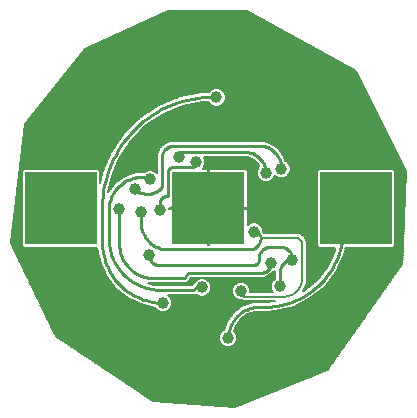
<source format=gbl>
G75*
G70*
%OFA0B0*%
%FSLAX24Y24*%
%IPPOS*%
%LPD*%
%AMOC8*
5,1,8,0,0,1.08239X$1,22.5*
%
%ADD10R,0.2390X0.2390*%
%ADD11C,0.0396*%
%ADD12C,0.0100*%
%ADD13C,0.0060*%
%ADD14C,0.0080*%
D10*
X002081Y006979D03*
X007002Y006979D03*
X011923Y006979D03*
D11*
X009782Y005262D03*
X009089Y005175D03*
X009392Y004384D03*
X008093Y004223D03*
X006794Y004349D03*
X005494Y003833D03*
X005018Y005435D03*
X004754Y006868D03*
X005376Y006931D03*
X005947Y007030D03*
X005061Y007947D03*
X004569Y007612D03*
X004022Y006951D03*
X006014Y008699D03*
X006597Y008526D03*
X008014Y008486D03*
X008916Y008164D03*
X009435Y008294D03*
X008526Y006774D03*
X008530Y006207D03*
X007207Y006321D03*
X007660Y002664D03*
X007270Y010683D03*
D12*
X007282Y010683D01*
X007272Y010696D01*
X007259Y010705D01*
X007245Y010712D01*
X007229Y010715D01*
X007213Y010714D01*
X007198Y010710D01*
X007184Y010703D01*
X005817Y009069D02*
X008719Y009069D01*
X008219Y008860D02*
X006105Y008860D01*
X006105Y008861D02*
X006087Y008859D01*
X006070Y008854D01*
X006054Y008846D01*
X006041Y008834D01*
X006029Y008821D01*
X006021Y008805D01*
X006016Y008788D01*
X006014Y008770D01*
X006014Y008699D01*
X005817Y009069D02*
X005780Y009066D01*
X005744Y009060D01*
X005708Y009050D01*
X005674Y009036D01*
X005641Y009020D01*
X005610Y009000D01*
X005581Y008977D01*
X005554Y008952D01*
X005530Y008924D01*
X005509Y008894D01*
X005491Y008862D01*
X005476Y008828D01*
X005464Y008793D01*
X005456Y008757D01*
X005452Y008720D01*
X005451Y008683D01*
X005451Y007687D01*
X005652Y007443D02*
X005651Y007430D01*
X005646Y007417D01*
X005639Y007406D01*
X005630Y007397D01*
X005619Y007390D01*
X005606Y007385D01*
X005593Y007384D01*
X005652Y007443D02*
X005652Y008211D01*
X005654Y008233D01*
X005659Y008254D01*
X005667Y008274D01*
X005678Y008292D01*
X005692Y008309D01*
X005709Y008323D01*
X005727Y008334D01*
X005747Y008342D01*
X005768Y008347D01*
X005790Y008349D01*
X005908Y008349D01*
X006203Y008349D01*
X006420Y008349D01*
X006445Y008351D01*
X006470Y008356D01*
X006494Y008365D01*
X006516Y008377D01*
X006536Y008392D01*
X006554Y008410D01*
X006569Y008430D01*
X006581Y008452D01*
X006590Y008476D01*
X006595Y008501D01*
X006597Y008526D01*
X005593Y007385D02*
X005565Y007383D01*
X005537Y007378D01*
X005510Y007368D01*
X005484Y007356D01*
X005461Y007340D01*
X005440Y007321D01*
X005421Y007300D01*
X005405Y007277D01*
X005393Y007251D01*
X005383Y007224D01*
X005378Y007196D01*
X005376Y007168D01*
X005376Y006931D01*
X004754Y006510D02*
X004756Y006451D01*
X004762Y006393D01*
X004771Y006335D01*
X004785Y006278D01*
X004802Y006221D01*
X004822Y006166D01*
X004847Y006113D01*
X004874Y006061D01*
X004905Y006011D01*
X004940Y005963D01*
X004977Y005918D01*
X005017Y005875D01*
X005060Y005835D01*
X005105Y005798D01*
X005153Y005763D01*
X005203Y005732D01*
X005255Y005705D01*
X005308Y005680D01*
X005363Y005660D01*
X005420Y005643D01*
X005477Y005629D01*
X005535Y005620D01*
X005593Y005614D01*
X005652Y005612D01*
X008357Y005612D01*
X008395Y005614D01*
X008432Y005619D01*
X008469Y005629D01*
X008505Y005641D01*
X008539Y005658D01*
X008571Y005677D01*
X008602Y005700D01*
X008630Y005725D01*
X008655Y005753D01*
X008678Y005784D01*
X008697Y005816D01*
X008714Y005850D01*
X008726Y005886D01*
X008736Y005923D01*
X008741Y005960D01*
X008743Y005998D01*
X008742Y005998D02*
X008740Y006025D01*
X008734Y006051D01*
X008725Y006077D01*
X008712Y006100D01*
X008696Y006122D01*
X008677Y006141D01*
X008655Y006157D01*
X008632Y006170D01*
X008606Y006179D01*
X008580Y006185D01*
X008553Y006187D01*
X008530Y006207D01*
X008915Y003703D02*
X009044Y003709D01*
X009172Y003720D01*
X009299Y003738D01*
X009425Y003762D01*
X009550Y003792D01*
X009673Y003829D01*
X009795Y003871D01*
X009914Y003919D01*
X010030Y003973D01*
X010144Y004033D01*
X010255Y004098D01*
X010362Y004169D01*
X010466Y004244D01*
X010566Y004325D01*
X010662Y004411D01*
X010754Y004501D01*
X010841Y004595D01*
X010923Y004694D01*
X011000Y004796D01*
X011073Y004903D01*
X011139Y005012D01*
X011201Y005125D01*
X011257Y005241D01*
X011307Y005359D01*
X011351Y005480D01*
X011389Y005603D01*
X011422Y005727D01*
X011448Y005853D01*
X011468Y005980D01*
X011481Y006108D01*
X011489Y006236D01*
X011490Y006364D01*
X011923Y006979D01*
X009782Y005341D02*
X009782Y005262D01*
X009781Y005341D02*
X009779Y005378D01*
X009773Y005414D01*
X009764Y005449D01*
X009751Y005483D01*
X009734Y005516D01*
X009714Y005547D01*
X009691Y005575D01*
X009665Y005601D01*
X009637Y005624D01*
X009606Y005644D01*
X009573Y005661D01*
X009539Y005674D01*
X009504Y005683D01*
X009468Y005689D01*
X009431Y005691D01*
X009038Y005691D01*
X009001Y005689D01*
X008964Y005683D01*
X008929Y005674D01*
X008894Y005660D01*
X008861Y005644D01*
X008830Y005623D01*
X008801Y005600D01*
X008775Y005574D01*
X008752Y005545D01*
X008731Y005514D01*
X008715Y005481D01*
X008701Y005446D01*
X008692Y005411D01*
X008686Y005374D01*
X008684Y005337D01*
X008683Y005337D02*
X008683Y005278D01*
X009088Y005175D02*
X009086Y005139D01*
X009080Y005103D01*
X009071Y005068D01*
X009058Y005034D01*
X009042Y005002D01*
X009022Y004972D01*
X008999Y004943D01*
X008974Y004918D01*
X008945Y004895D01*
X008915Y004875D01*
X008883Y004859D01*
X008849Y004846D01*
X008814Y004837D01*
X008778Y004831D01*
X008742Y004829D01*
X008049Y004829D01*
X006404Y004829D01*
X006379Y004827D01*
X006355Y004822D01*
X006332Y004813D01*
X006310Y004802D01*
X006291Y004787D01*
X006273Y004769D01*
X006258Y004750D01*
X006247Y004728D01*
X006238Y004705D01*
X006233Y004681D01*
X006231Y004656D01*
X005191Y004656D01*
X005408Y004266D02*
X006534Y004266D01*
X006533Y004266D02*
X006535Y004282D01*
X006539Y004298D01*
X006547Y004312D01*
X006557Y004325D01*
X006570Y004335D01*
X006584Y004343D01*
X006600Y004347D01*
X006616Y004349D01*
X006794Y004349D01*
X006360Y005089D02*
X005364Y005089D01*
X005328Y005091D01*
X005292Y005097D01*
X005257Y005106D01*
X005223Y005119D01*
X005191Y005135D01*
X005161Y005155D01*
X005132Y005178D01*
X005107Y005203D01*
X005084Y005232D01*
X005064Y005262D01*
X005048Y005294D01*
X005035Y005328D01*
X005026Y005363D01*
X005020Y005399D01*
X005018Y005435D01*
X005191Y004656D02*
X005125Y004658D01*
X005060Y004663D01*
X004995Y004673D01*
X004931Y004685D01*
X004867Y004702D01*
X004805Y004722D01*
X004744Y004745D01*
X004684Y004772D01*
X004626Y004802D01*
X004569Y004835D01*
X004515Y004872D01*
X004462Y004911D01*
X004412Y004953D01*
X004364Y004998D01*
X004319Y005046D01*
X004277Y005096D01*
X004238Y005149D01*
X004201Y005203D01*
X004168Y005260D01*
X004138Y005318D01*
X004111Y005378D01*
X004088Y005439D01*
X004068Y005501D01*
X004051Y005565D01*
X004039Y005629D01*
X004029Y005694D01*
X004024Y005759D01*
X004022Y005825D01*
X004022Y006951D01*
X003675Y006908D02*
X003675Y005998D01*
X003459Y005868D02*
X003459Y007038D01*
X004754Y006868D02*
X004754Y006612D01*
X004754Y006510D01*
X003675Y006908D02*
X003677Y006973D01*
X003683Y007039D01*
X003692Y007104D01*
X003705Y007168D01*
X003722Y007231D01*
X003743Y007293D01*
X003767Y007354D01*
X003795Y007413D01*
X003826Y007471D01*
X003860Y007527D01*
X003898Y007580D01*
X003938Y007632D01*
X003982Y007681D01*
X004028Y007727D01*
X004077Y007771D01*
X004129Y007811D01*
X004182Y007849D01*
X004238Y007883D01*
X004296Y007914D01*
X004355Y007942D01*
X004416Y007966D01*
X004478Y007987D01*
X004541Y008004D01*
X004605Y008017D01*
X004670Y008026D01*
X004736Y008032D01*
X004801Y008034D01*
X004975Y008034D01*
X004569Y007613D02*
X004608Y007582D01*
X004649Y007555D01*
X004692Y007532D01*
X004737Y007511D01*
X004783Y007494D01*
X004831Y007481D01*
X004879Y007472D01*
X004928Y007467D01*
X004977Y007465D01*
X005026Y007467D01*
X005075Y007473D01*
X005123Y007483D01*
X005170Y007497D01*
X005216Y007514D01*
X005261Y007535D01*
X005303Y007559D01*
X005344Y007587D01*
X005382Y007617D01*
X005418Y007651D01*
X005451Y007687D01*
X005062Y007947D02*
X005060Y007964D01*
X005055Y007980D01*
X005047Y007995D01*
X005037Y008009D01*
X005023Y008019D01*
X005008Y008027D01*
X004992Y008032D01*
X004975Y008034D01*
X003676Y005998D02*
X003678Y005916D01*
X003684Y005833D01*
X003694Y005752D01*
X003707Y005670D01*
X003725Y005590D01*
X003746Y005510D01*
X003771Y005432D01*
X003800Y005354D01*
X003833Y005279D01*
X003869Y005204D01*
X003908Y005132D01*
X003951Y005062D01*
X003997Y004993D01*
X004047Y004927D01*
X004099Y004864D01*
X004154Y004803D01*
X004213Y004744D01*
X004274Y004689D01*
X004337Y004637D01*
X004403Y004587D01*
X004472Y004541D01*
X004542Y004498D01*
X004614Y004459D01*
X004689Y004423D01*
X004764Y004390D01*
X004842Y004361D01*
X004920Y004336D01*
X005000Y004315D01*
X005080Y004297D01*
X005162Y004284D01*
X005243Y004274D01*
X005326Y004268D01*
X005408Y004266D01*
X006360Y005089D02*
X008266Y005089D01*
X008267Y005094D01*
X008270Y005097D01*
X008273Y005100D01*
X008278Y005101D01*
X008506Y005101D01*
X008531Y005103D01*
X008556Y005108D01*
X008580Y005117D01*
X008602Y005129D01*
X008622Y005144D01*
X008640Y005162D01*
X008655Y005182D01*
X008667Y005204D01*
X008676Y005228D01*
X008681Y005253D01*
X008683Y005278D01*
X009392Y004872D02*
X009392Y004384D01*
X009392Y004872D02*
X009394Y004910D01*
X009399Y004948D01*
X009409Y004985D01*
X009422Y005021D01*
X009438Y005056D01*
X009458Y005089D01*
X009481Y005119D01*
X009506Y005148D01*
X009535Y005173D01*
X009565Y005196D01*
X009598Y005216D01*
X009633Y005232D01*
X009669Y005245D01*
X009706Y005255D01*
X009744Y005260D01*
X009782Y005262D01*
X008916Y003703D02*
X008699Y003703D01*
X008636Y003701D01*
X008574Y003695D01*
X008512Y003686D01*
X008450Y003673D01*
X008390Y003656D01*
X008331Y003635D01*
X008273Y003611D01*
X008216Y003584D01*
X008161Y003553D01*
X008109Y003519D01*
X008058Y003482D01*
X008010Y003442D01*
X007964Y003399D01*
X007921Y003353D01*
X007881Y003305D01*
X007844Y003254D01*
X007810Y003202D01*
X007779Y003147D01*
X007752Y003090D01*
X007728Y003032D01*
X007707Y002973D01*
X007690Y002913D01*
X007677Y002851D01*
X007668Y002789D01*
X007662Y002727D01*
X007660Y002664D01*
X005494Y003833D02*
X005397Y003835D01*
X005301Y003842D01*
X005204Y003854D01*
X005109Y003870D01*
X005014Y003890D01*
X004921Y003915D01*
X004828Y003945D01*
X004738Y003979D01*
X004649Y004017D01*
X004562Y004059D01*
X004476Y004106D01*
X004394Y004156D01*
X004314Y004210D01*
X004236Y004268D01*
X004161Y004330D01*
X004090Y004395D01*
X004021Y004464D01*
X003956Y004535D01*
X003894Y004610D01*
X003836Y004688D01*
X003782Y004768D01*
X003732Y004851D01*
X003685Y004936D01*
X003643Y005023D01*
X003605Y005112D01*
X003571Y005202D01*
X003541Y005295D01*
X003516Y005388D01*
X003496Y005483D01*
X003480Y005578D01*
X003468Y005675D01*
X003461Y005771D01*
X003459Y005868D01*
X003459Y007038D02*
X003465Y007219D01*
X003480Y007400D01*
X003503Y007579D01*
X003536Y007758D01*
X003577Y007934D01*
X003627Y008109D01*
X003685Y008281D01*
X003752Y008449D01*
X003826Y008614D01*
X003909Y008776D01*
X004000Y008933D01*
X004098Y009085D01*
X004204Y009233D01*
X004317Y009375D01*
X004436Y009511D01*
X004562Y009642D01*
X004695Y009766D01*
X004833Y009883D01*
X004977Y009993D01*
X005126Y010097D01*
X005280Y010192D01*
X005438Y010281D01*
X005601Y010361D01*
X005767Y010433D01*
X005937Y010497D01*
X006110Y010552D01*
X006285Y010599D01*
X006462Y010638D01*
X006641Y010667D01*
X006821Y010688D01*
X007002Y010700D01*
X007184Y010703D01*
X008719Y009069D02*
X008772Y009065D01*
X008824Y009058D01*
X008877Y009046D01*
X008928Y009031D01*
X008978Y009012D01*
X009026Y008990D01*
X009073Y008964D01*
X009117Y008935D01*
X009160Y008903D01*
X009200Y008868D01*
X009238Y008830D01*
X009272Y008789D01*
X009304Y008747D01*
X009333Y008702D01*
X009358Y008655D01*
X009380Y008606D01*
X009399Y008556D01*
X009414Y008505D01*
X009425Y008453D01*
X009432Y008400D01*
X009436Y008347D01*
X009435Y008293D01*
X008526Y007975D02*
X008526Y006774D01*
X008526Y007975D02*
X008524Y008017D01*
X008519Y008059D01*
X008510Y008101D01*
X008498Y008141D01*
X008483Y008181D01*
X008464Y008219D01*
X008443Y008255D01*
X008418Y008289D01*
X008391Y008322D01*
X008361Y008352D01*
X008328Y008379D01*
X008294Y008404D01*
X008258Y008425D01*
X008220Y008444D01*
X008180Y008459D01*
X008140Y008471D01*
X008098Y008480D01*
X008056Y008485D01*
X008014Y008487D01*
X008219Y008861D02*
X008271Y008859D01*
X008323Y008853D01*
X008374Y008844D01*
X008424Y008830D01*
X008474Y008813D01*
X008521Y008792D01*
X008568Y008768D01*
X008612Y008740D01*
X008654Y008709D01*
X008693Y008675D01*
X008730Y008638D01*
X008764Y008599D01*
X008795Y008557D01*
X008823Y008513D01*
X008847Y008466D01*
X008868Y008419D01*
X008885Y008369D01*
X008899Y008319D01*
X008908Y008268D01*
X008914Y008216D01*
X008916Y008164D01*
D13*
X007562Y002371D02*
X002438Y002371D01*
X002350Y002429D02*
X007458Y002429D01*
X007485Y002402D02*
X007598Y002356D01*
X007721Y002356D01*
X007834Y002402D01*
X007921Y002489D01*
X007968Y002602D01*
X007968Y002725D01*
X007921Y002838D01*
X007862Y002897D01*
X011884Y002897D01*
X011843Y002839D02*
X007920Y002839D01*
X007945Y002780D02*
X011802Y002780D01*
X011761Y002722D02*
X007968Y002722D01*
X007968Y002663D02*
X011719Y002663D01*
X011678Y002605D02*
X007968Y002605D01*
X007945Y002546D02*
X011637Y002546D01*
X011595Y002488D02*
X007920Y002488D01*
X007861Y002429D02*
X011554Y002429D01*
X011513Y002371D02*
X007758Y002371D01*
X007485Y002402D02*
X007398Y002489D01*
X007352Y002602D01*
X007352Y002725D01*
X007398Y002838D01*
X007485Y002925D01*
X007529Y002943D01*
X007617Y003215D01*
X007617Y003215D01*
X007840Y003522D01*
X007840Y003522D01*
X007840Y003522D01*
X008148Y003746D01*
X008148Y003746D01*
X008509Y003863D01*
X008913Y003863D01*
X009188Y003883D01*
X009207Y003888D01*
X008153Y003888D01*
X008107Y003915D01*
X008031Y003915D01*
X007918Y003961D01*
X007832Y004048D01*
X007785Y004161D01*
X007785Y004284D01*
X007832Y004397D01*
X007918Y004484D01*
X008031Y004531D01*
X008154Y004531D01*
X008267Y004484D01*
X008354Y004397D01*
X008401Y004284D01*
X008401Y004188D01*
X009153Y004188D01*
X009131Y004210D01*
X009084Y004323D01*
X009084Y004445D01*
X009131Y004559D01*
X009217Y004645D01*
X009232Y004651D01*
X009232Y004901D01*
X009151Y004868D01*
X009029Y004746D01*
X008843Y004669D01*
X008843Y004669D01*
X006404Y004669D01*
X006400Y004669D01*
X006394Y004665D01*
X006391Y004659D01*
X006391Y004656D01*
X006391Y004589D01*
X006297Y004496D01*
X004992Y004496D01*
X005202Y004439D01*
X005408Y004426D01*
X006429Y004426D01*
X006439Y004444D01*
X006439Y004444D01*
X006518Y004490D01*
X006532Y004523D01*
X006619Y004610D01*
X006732Y004657D01*
X006855Y004657D01*
X006968Y004610D01*
X007055Y004523D01*
X007102Y004410D01*
X007102Y004287D01*
X007055Y004174D01*
X006968Y004087D01*
X006855Y004041D01*
X006732Y004041D01*
X006619Y004087D01*
X006600Y004106D01*
X006600Y004106D01*
X005640Y004106D01*
X005669Y004094D01*
X005756Y004007D01*
X005802Y003894D01*
X005802Y003772D01*
X005756Y003658D01*
X005669Y003572D01*
X005556Y003525D01*
X005433Y003525D01*
X005320Y003572D01*
X005233Y003658D01*
X005225Y003678D01*
X004765Y003783D01*
X004765Y003783D01*
X004319Y003998D01*
X004319Y003998D01*
X003932Y004306D01*
X003932Y004306D01*
X003932Y004306D01*
X003624Y004693D01*
X003624Y004693D01*
X003409Y005139D01*
X003409Y005139D01*
X003299Y005621D01*
X003299Y005674D01*
X000840Y005674D01*
X000776Y005738D01*
X000776Y008219D01*
X000840Y008283D01*
X003321Y008283D01*
X003386Y008219D01*
X003386Y007823D01*
X003456Y008162D01*
X003456Y008162D01*
X003752Y008861D01*
X003752Y008861D01*
X004179Y009489D01*
X004179Y009489D01*
X004720Y010022D01*
X004720Y010022D01*
X005355Y010439D01*
X005355Y010439D01*
X006059Y010724D01*
X006059Y010724D01*
X006805Y010866D01*
X006805Y010866D01*
X007015Y010864D01*
X007095Y010945D01*
X007209Y010991D01*
X007331Y010991D01*
X007444Y010945D01*
X007531Y010858D01*
X007578Y010745D01*
X007578Y010622D01*
X007531Y010509D01*
X007444Y010422D01*
X007331Y010375D01*
X007209Y010375D01*
X007095Y010422D01*
X007009Y010509D01*
X006998Y010535D01*
X006835Y010529D01*
X006155Y010399D01*
X005512Y010139D01*
X004933Y009759D01*
X004439Y009272D01*
X004050Y008699D01*
X003779Y008061D01*
X003671Y007540D01*
X003881Y007828D01*
X003881Y007828D01*
X003881Y007828D01*
X004210Y008068D01*
X004210Y008068D01*
X004598Y008194D01*
X004872Y008194D01*
X004887Y008208D01*
X005000Y008255D01*
X005123Y008255D01*
X005236Y008208D01*
X005291Y008153D01*
X005291Y008681D01*
X005288Y008786D01*
X005288Y008786D01*
X005365Y008985D01*
X005365Y008985D01*
X005512Y009140D01*
X005512Y009140D01*
X005706Y009226D01*
X005706Y009226D01*
X005749Y009227D01*
X005751Y009229D01*
X005815Y009229D01*
X005879Y009231D01*
X005881Y009229D01*
X008656Y009229D01*
X008659Y009232D01*
X008722Y009229D01*
X008785Y009229D01*
X008788Y009227D01*
X008869Y009223D01*
X008869Y009223D01*
X009138Y009124D01*
X009138Y009124D01*
X009363Y008946D01*
X009363Y008946D01*
X009363Y008946D01*
X009523Y008707D01*
X009523Y008707D01*
X009560Y008575D01*
X009610Y008555D01*
X009696Y008468D01*
X009743Y008355D01*
X009743Y008232D01*
X009696Y008119D01*
X009610Y008032D01*
X009497Y007985D01*
X009374Y007985D01*
X009261Y008032D01*
X009214Y008079D01*
X009177Y007989D01*
X009090Y007902D01*
X008977Y007856D01*
X008854Y007856D01*
X008741Y007902D01*
X008654Y007989D01*
X008607Y008102D01*
X008607Y008225D01*
X008654Y008338D01*
X006844Y008338D01*
X006858Y008351D02*
X006905Y008465D01*
X006905Y008587D01*
X006858Y008700D01*
X006858Y008700D01*
X008152Y008700D01*
X008219Y008700D01*
X008323Y008690D01*
X008517Y008610D01*
X008665Y008462D01*
X008698Y008382D01*
X008654Y008338D01*
X008630Y008279D02*
X008274Y008279D01*
X008277Y008277D02*
X008247Y008295D01*
X008214Y008303D01*
X007032Y008303D01*
X007032Y007009D01*
X006972Y007009D01*
X006972Y008303D01*
X006810Y008303D01*
X006858Y008351D01*
X006877Y008396D02*
X008692Y008396D01*
X008668Y008455D02*
X006901Y008455D01*
X006905Y008513D02*
X008614Y008513D01*
X008555Y008572D02*
X006905Y008572D01*
X006887Y008630D02*
X008468Y008630D01*
X008327Y008689D02*
X006863Y008689D01*
X006972Y008279D02*
X007032Y008279D01*
X007032Y008221D02*
X006972Y008221D01*
X006972Y008162D02*
X007032Y008162D01*
X007032Y008104D02*
X006972Y008104D01*
X006972Y008045D02*
X007032Y008045D01*
X007032Y007987D02*
X006972Y007987D01*
X006972Y007928D02*
X007032Y007928D01*
X007032Y007870D02*
X006972Y007870D01*
X006972Y007811D02*
X007032Y007811D01*
X007032Y007753D02*
X006972Y007753D01*
X006972Y007694D02*
X007032Y007694D01*
X007032Y007636D02*
X006972Y007636D01*
X006972Y007577D02*
X007032Y007577D01*
X007032Y007519D02*
X006972Y007519D01*
X006972Y007460D02*
X007032Y007460D01*
X007032Y007402D02*
X006972Y007402D01*
X006972Y007343D02*
X007032Y007343D01*
X007032Y007285D02*
X006972Y007285D01*
X006972Y007226D02*
X007032Y007226D01*
X007032Y007168D02*
X006972Y007168D01*
X006972Y007109D02*
X007032Y007109D01*
X007032Y007051D02*
X006972Y007051D01*
X006972Y007009D02*
X005678Y007009D01*
X005684Y006993D01*
X005684Y006949D01*
X006972Y006949D01*
X006972Y007009D01*
X006972Y006992D02*
X005684Y006992D01*
X005998Y006979D02*
X007002Y006979D01*
X007032Y006992D02*
X010619Y006992D01*
X010619Y006934D02*
X008327Y006934D01*
X008327Y006949D02*
X007032Y006949D01*
X007032Y007009D01*
X008327Y007009D01*
X008327Y008191D01*
X008318Y008224D01*
X008301Y008253D01*
X008277Y008277D01*
X008319Y008221D02*
X008607Y008221D01*
X008607Y008162D02*
X008327Y008162D01*
X008327Y008104D02*
X008607Y008104D01*
X008631Y008045D02*
X008327Y008045D01*
X008327Y007987D02*
X008657Y007987D01*
X008715Y007928D02*
X008327Y007928D01*
X008327Y007870D02*
X008820Y007870D01*
X009011Y007870D02*
X010619Y007870D01*
X010619Y007928D02*
X009116Y007928D01*
X009174Y007987D02*
X009371Y007987D01*
X009500Y007987D02*
X010619Y007987D01*
X010619Y008045D02*
X009623Y008045D01*
X009681Y008104D02*
X010619Y008104D01*
X010619Y008162D02*
X009714Y008162D01*
X009739Y008221D02*
X010620Y008221D01*
X010619Y008219D02*
X010619Y005738D01*
X010683Y005674D01*
X011232Y005674D01*
X011206Y005548D01*
X010975Y005048D01*
X010639Y004612D01*
X010215Y004261D01*
X010169Y004238D01*
X010278Y004503D01*
X010278Y005894D01*
X010185Y006055D01*
X010024Y006148D01*
X008870Y006148D01*
X008838Y006203D01*
X008838Y006268D01*
X008791Y006381D01*
X008704Y006468D01*
X008591Y006515D01*
X008468Y006515D01*
X008355Y006468D01*
X008327Y006440D01*
X008327Y006949D01*
X008327Y006875D02*
X010619Y006875D01*
X010619Y006817D02*
X008327Y006817D01*
X008327Y006758D02*
X010619Y006758D01*
X010619Y006700D02*
X008327Y006700D01*
X008327Y006641D02*
X010619Y006641D01*
X010619Y006583D02*
X008327Y006583D01*
X008327Y006524D02*
X010619Y006524D01*
X010619Y006466D02*
X008707Y006466D01*
X008765Y006407D02*
X010619Y006407D01*
X010619Y006349D02*
X008805Y006349D01*
X008829Y006290D02*
X010619Y006290D01*
X010619Y006232D02*
X008838Y006232D01*
X008855Y006173D02*
X010619Y006173D01*
X010619Y006115D02*
X010082Y006115D01*
X010184Y006056D02*
X010619Y006056D01*
X010619Y005998D02*
X010218Y005998D01*
X010185Y006055D02*
X010185Y006055D01*
X010185Y006055D01*
X010252Y005939D02*
X010619Y005939D01*
X010619Y005881D02*
X010278Y005881D01*
X010278Y005822D02*
X010619Y005822D01*
X010619Y005764D02*
X010278Y005764D01*
X010278Y005705D02*
X010651Y005705D01*
X010278Y005647D02*
X011227Y005647D01*
X011214Y005588D02*
X010278Y005588D01*
X010278Y005530D02*
X011198Y005530D01*
X011171Y005471D02*
X010278Y005471D01*
X010278Y005413D02*
X011144Y005413D01*
X011117Y005354D02*
X010278Y005354D01*
X010278Y005296D02*
X011090Y005296D01*
X011063Y005237D02*
X010278Y005237D01*
X010278Y005179D02*
X011036Y005179D01*
X011009Y005120D02*
X010278Y005120D01*
X010278Y005062D02*
X010982Y005062D01*
X010941Y005003D02*
X010278Y005003D01*
X010278Y004945D02*
X010896Y004945D01*
X010851Y004886D02*
X010278Y004886D01*
X010278Y004828D02*
X010806Y004828D01*
X010761Y004769D02*
X010278Y004769D01*
X010278Y004711D02*
X010716Y004711D01*
X010670Y004652D02*
X010278Y004652D01*
X010278Y004594D02*
X010617Y004594D01*
X010547Y004535D02*
X010278Y004535D01*
X010267Y004477D02*
X010476Y004477D01*
X010405Y004418D02*
X010243Y004418D01*
X010219Y004360D02*
X010334Y004360D01*
X010263Y004301D02*
X010195Y004301D01*
X010177Y004243D02*
X010170Y004243D01*
X010342Y003950D02*
X012627Y003950D01*
X012586Y003892D02*
X010226Y003892D01*
X010109Y003833D02*
X012545Y003833D01*
X012504Y003775D02*
X009993Y003775D01*
X009876Y003716D02*
X012462Y003716D01*
X012421Y003658D02*
X009677Y003658D01*
X009839Y003698D02*
X009839Y003698D01*
X009231Y003548D01*
X009231Y003548D01*
X008983Y003544D01*
X008982Y003543D01*
X008917Y003543D01*
X008852Y003542D01*
X008851Y003543D01*
X008699Y003543D01*
X008561Y003532D01*
X008300Y003447D01*
X008077Y003285D01*
X007916Y003063D01*
X007862Y002897D01*
X007881Y002956D02*
X011926Y002956D01*
X011967Y003014D02*
X007900Y003014D01*
X007923Y003073D02*
X012008Y003073D01*
X012049Y003131D02*
X007965Y003131D01*
X008008Y003190D02*
X012091Y003190D01*
X012132Y003248D02*
X008050Y003248D01*
X008107Y003307D02*
X012173Y003307D01*
X012215Y003365D02*
X008187Y003365D01*
X008268Y003424D02*
X012256Y003424D01*
X012297Y003482D02*
X008408Y003482D01*
X008670Y003541D02*
X012338Y003541D01*
X012380Y003599D02*
X009439Y003599D01*
X009839Y003698D02*
X010399Y003979D01*
X010882Y004377D01*
X011264Y004873D01*
X011526Y005441D01*
X011526Y005441D01*
X011575Y005674D01*
X013164Y005674D01*
X013228Y005738D01*
X013228Y008219D01*
X013164Y008283D01*
X010683Y008283D01*
X010619Y008219D01*
X010679Y008279D02*
X009743Y008279D01*
X009743Y008338D02*
X013531Y008338D01*
X013502Y008396D02*
X009726Y008396D01*
X009702Y008455D02*
X013473Y008455D01*
X013444Y008513D02*
X009651Y008513D01*
X009569Y008572D02*
X013414Y008572D01*
X013385Y008630D02*
X009545Y008630D01*
X009528Y008689D02*
X013356Y008689D01*
X013327Y008747D02*
X009496Y008747D01*
X009457Y008806D02*
X013297Y008806D01*
X013268Y008864D02*
X009418Y008864D01*
X009379Y008923D02*
X013239Y008923D01*
X013210Y008981D02*
X009319Y008981D01*
X009245Y009040D02*
X013180Y009040D01*
X013151Y009098D02*
X009170Y009098D01*
X009049Y009157D02*
X013122Y009157D01*
X013093Y009215D02*
X008890Y009215D01*
X009200Y008045D02*
X009248Y008045D01*
X008327Y007811D02*
X010619Y007811D01*
X010619Y007753D02*
X008327Y007753D01*
X008327Y007694D02*
X010619Y007694D01*
X010619Y007636D02*
X008327Y007636D01*
X008327Y007577D02*
X010619Y007577D01*
X010619Y007519D02*
X008327Y007519D01*
X008327Y007460D02*
X010619Y007460D01*
X010619Y007402D02*
X008327Y007402D01*
X008327Y007343D02*
X010619Y007343D01*
X010619Y007285D02*
X008327Y007285D01*
X008327Y007226D02*
X010619Y007226D01*
X010619Y007168D02*
X008327Y007168D01*
X008327Y007109D02*
X010619Y007109D01*
X010619Y007051D02*
X008327Y007051D01*
X008327Y006466D02*
X008353Y006466D01*
X007207Y006321D02*
X007207Y006282D01*
X007205Y006290D01*
X007201Y006296D01*
X007195Y006300D01*
X007187Y006302D01*
X007187Y006301D02*
X006675Y006301D01*
X006972Y006290D02*
X007032Y006290D01*
X007032Y006232D02*
X006972Y006232D01*
X006972Y006173D02*
X007032Y006173D01*
X007032Y006115D02*
X006972Y006115D01*
X006972Y006056D02*
X007032Y006056D01*
X007032Y005998D02*
X006972Y005998D01*
X006972Y005939D02*
X007032Y005939D01*
X007032Y005881D02*
X006972Y005881D01*
X006972Y005822D02*
X007032Y005822D01*
X007032Y005772D02*
X006972Y005772D01*
X006972Y006949D01*
X007032Y006949D01*
X007032Y005772D01*
X007032Y006349D02*
X006972Y006349D01*
X006972Y006407D02*
X007032Y006407D01*
X007032Y006466D02*
X006972Y006466D01*
X006972Y006524D02*
X007032Y006524D01*
X007032Y006583D02*
X006972Y006583D01*
X006972Y006641D02*
X007032Y006641D01*
X007032Y006700D02*
X006972Y006700D01*
X006972Y006758D02*
X007032Y006758D01*
X007032Y006817D02*
X006972Y006817D01*
X006972Y006875D02*
X007032Y006875D01*
X007032Y006934D02*
X006972Y006934D01*
X006675Y006302D02*
X006623Y006304D01*
X006571Y006309D01*
X006520Y006319D01*
X006470Y006331D01*
X006421Y006348D01*
X006373Y006368D01*
X006326Y006391D01*
X006281Y006418D01*
X006239Y006447D01*
X006198Y006480D01*
X006160Y006515D01*
X006125Y006553D01*
X006092Y006594D01*
X006063Y006636D01*
X006036Y006681D01*
X006013Y006728D01*
X005993Y006776D01*
X005976Y006825D01*
X005964Y006875D01*
X005954Y006926D01*
X005949Y006978D01*
X005947Y007030D01*
X005949Y007017D01*
X005954Y007004D01*
X005962Y006994D01*
X005973Y006986D01*
X005985Y006981D01*
X005998Y006979D01*
X005291Y008162D02*
X005282Y008162D01*
X005291Y008221D02*
X005206Y008221D01*
X005291Y008279D02*
X003872Y008279D01*
X003847Y008221D02*
X004917Y008221D01*
X005291Y008338D02*
X003896Y008338D01*
X003921Y008396D02*
X005291Y008396D01*
X005291Y008455D02*
X003946Y008455D01*
X003971Y008513D02*
X005291Y008513D01*
X005291Y008572D02*
X003996Y008572D01*
X004020Y008630D02*
X005291Y008630D01*
X005291Y008689D02*
X004045Y008689D01*
X004082Y008747D02*
X005289Y008747D01*
X005296Y008806D02*
X004122Y008806D01*
X004162Y008864D02*
X005318Y008864D01*
X005341Y008923D02*
X004201Y008923D01*
X004241Y008981D02*
X005363Y008981D01*
X005417Y009040D02*
X004281Y009040D01*
X004321Y009098D02*
X005472Y009098D01*
X005550Y009157D02*
X004361Y009157D01*
X004400Y009215D02*
X005682Y009215D01*
X005175Y009917D02*
X012742Y009917D01*
X012771Y009859D02*
X005086Y009859D01*
X004997Y009800D02*
X012800Y009800D01*
X012829Y009742D02*
X004916Y009742D01*
X004857Y009683D02*
X012859Y009683D01*
X012888Y009625D02*
X004797Y009625D01*
X004738Y009566D02*
X012917Y009566D01*
X012946Y009508D02*
X004678Y009508D01*
X004619Y009449D02*
X012976Y009449D01*
X013005Y009391D02*
X004559Y009391D01*
X004500Y009332D02*
X013034Y009332D01*
X013063Y009274D02*
X004441Y009274D01*
X004198Y009508D02*
X000853Y009508D01*
X000860Y009566D02*
X004257Y009566D01*
X004317Y009625D02*
X000867Y009625D01*
X000874Y009683D02*
X004376Y009683D01*
X004436Y009742D02*
X000880Y009742D01*
X000887Y009800D02*
X004495Y009800D01*
X004554Y009859D02*
X000931Y009859D01*
X000888Y009805D02*
X002896Y012305D01*
X005671Y013546D01*
X008290Y013565D01*
X011912Y011577D01*
X013585Y008231D01*
X013467Y005140D01*
X010967Y001597D01*
X007876Y000357D01*
X005160Y000573D01*
X001912Y002719D01*
X000416Y005829D01*
X000888Y009805D01*
X000978Y009917D02*
X004614Y009917D01*
X004673Y009976D02*
X001025Y009976D01*
X001072Y010034D02*
X004739Y010034D01*
X004828Y010093D02*
X001119Y010093D01*
X001166Y010151D02*
X004917Y010151D01*
X005006Y010210D02*
X001213Y010210D01*
X001260Y010268D02*
X005095Y010268D01*
X005184Y010327D02*
X001307Y010327D01*
X001354Y010385D02*
X005274Y010385D01*
X005367Y010444D02*
X001401Y010444D01*
X001448Y010502D02*
X005512Y010502D01*
X005656Y010561D02*
X001495Y010561D01*
X001542Y010619D02*
X005801Y010619D01*
X005945Y010678D02*
X001589Y010678D01*
X001636Y010736D02*
X006124Y010736D01*
X006431Y010795D02*
X001683Y010795D01*
X001730Y010853D02*
X006738Y010853D01*
X007063Y010912D02*
X001777Y010912D01*
X001824Y010970D02*
X007158Y010970D01*
X007382Y010970D02*
X012215Y010970D01*
X012244Y010912D02*
X007477Y010912D01*
X007533Y010853D02*
X012274Y010853D01*
X012303Y010795D02*
X007557Y010795D01*
X007578Y010736D02*
X012332Y010736D01*
X012361Y010678D02*
X007578Y010678D01*
X007577Y010619D02*
X012391Y010619D01*
X012420Y010561D02*
X007553Y010561D01*
X007525Y010502D02*
X012449Y010502D01*
X012478Y010444D02*
X007466Y010444D01*
X007356Y010385D02*
X012508Y010385D01*
X012537Y010327D02*
X005976Y010327D01*
X005832Y010268D02*
X012566Y010268D01*
X012595Y010210D02*
X005687Y010210D01*
X005543Y010151D02*
X012625Y010151D01*
X012654Y010093D02*
X005442Y010093D01*
X005353Y010034D02*
X012683Y010034D01*
X012712Y009976D02*
X005264Y009976D01*
X006121Y010385D02*
X007184Y010385D01*
X007074Y010444D02*
X006390Y010444D01*
X006696Y010502D02*
X007015Y010502D01*
X009393Y012959D02*
X004359Y012959D01*
X004229Y012901D02*
X009500Y012901D01*
X009607Y012842D02*
X004098Y012842D01*
X003967Y012784D02*
X009713Y012784D01*
X009820Y012725D02*
X003836Y012725D01*
X003705Y012667D02*
X009926Y012667D01*
X010033Y012608D02*
X003574Y012608D01*
X003443Y012550D02*
X010139Y012550D01*
X010246Y012491D02*
X003312Y012491D01*
X003181Y012433D02*
X010353Y012433D01*
X010459Y012374D02*
X003050Y012374D01*
X002919Y012316D02*
X010566Y012316D01*
X010672Y012257D02*
X002857Y012257D01*
X002810Y012199D02*
X010779Y012199D01*
X010886Y012140D02*
X002763Y012140D01*
X002716Y012082D02*
X010992Y012082D01*
X011099Y012023D02*
X002669Y012023D01*
X002622Y011965D02*
X011205Y011965D01*
X011312Y011906D02*
X002575Y011906D01*
X002528Y011848D02*
X011418Y011848D01*
X011525Y011789D02*
X002481Y011789D01*
X002434Y011731D02*
X011632Y011731D01*
X011738Y011672D02*
X002387Y011672D01*
X002340Y011614D02*
X011845Y011614D01*
X011923Y011555D02*
X002293Y011555D01*
X002246Y011497D02*
X011952Y011497D01*
X011981Y011438D02*
X002200Y011438D01*
X002153Y011380D02*
X012010Y011380D01*
X012040Y011321D02*
X002106Y011321D01*
X002059Y011263D02*
X012069Y011263D01*
X012098Y011204D02*
X002012Y011204D01*
X001965Y011146D02*
X012127Y011146D01*
X012157Y011087D02*
X001918Y011087D01*
X001871Y011029D02*
X012186Y011029D01*
X013168Y008279D02*
X013561Y008279D01*
X013585Y008221D02*
X013227Y008221D01*
X013228Y008162D02*
X013582Y008162D01*
X013580Y008104D02*
X013228Y008104D01*
X013228Y008045D02*
X013578Y008045D01*
X013576Y007987D02*
X013228Y007987D01*
X013228Y007928D02*
X013573Y007928D01*
X013571Y007870D02*
X013228Y007870D01*
X013228Y007811D02*
X013569Y007811D01*
X013567Y007753D02*
X013228Y007753D01*
X013228Y007694D02*
X013564Y007694D01*
X013562Y007636D02*
X013228Y007636D01*
X013228Y007577D02*
X013560Y007577D01*
X013558Y007519D02*
X013228Y007519D01*
X013228Y007460D02*
X013555Y007460D01*
X013553Y007402D02*
X013228Y007402D01*
X013228Y007343D02*
X013551Y007343D01*
X013549Y007285D02*
X013228Y007285D01*
X013228Y007226D02*
X013547Y007226D01*
X013544Y007168D02*
X013228Y007168D01*
X013228Y007109D02*
X013542Y007109D01*
X013540Y007051D02*
X013228Y007051D01*
X013228Y006992D02*
X013538Y006992D01*
X013535Y006934D02*
X013228Y006934D01*
X013228Y006875D02*
X013533Y006875D01*
X013531Y006817D02*
X013228Y006817D01*
X013228Y006758D02*
X013529Y006758D01*
X013526Y006700D02*
X013228Y006700D01*
X013228Y006641D02*
X013524Y006641D01*
X013522Y006583D02*
X013228Y006583D01*
X013228Y006524D02*
X013520Y006524D01*
X013517Y006466D02*
X013228Y006466D01*
X013228Y006407D02*
X013515Y006407D01*
X013513Y006349D02*
X013228Y006349D01*
X013228Y006290D02*
X013511Y006290D01*
X013508Y006232D02*
X013228Y006232D01*
X013228Y006173D02*
X013506Y006173D01*
X013504Y006115D02*
X013228Y006115D01*
X013228Y006056D02*
X013502Y006056D01*
X013500Y005998D02*
X013228Y005998D01*
X013228Y005939D02*
X013497Y005939D01*
X013495Y005881D02*
X013228Y005881D01*
X013228Y005822D02*
X013493Y005822D01*
X013491Y005764D02*
X013228Y005764D01*
X013195Y005705D02*
X013488Y005705D01*
X013486Y005647D02*
X011570Y005647D01*
X011557Y005588D02*
X013484Y005588D01*
X013482Y005530D02*
X011545Y005530D01*
X011533Y005471D02*
X013479Y005471D01*
X013477Y005413D02*
X011513Y005413D01*
X011486Y005354D02*
X013475Y005354D01*
X013473Y005296D02*
X011459Y005296D01*
X011432Y005237D02*
X013470Y005237D01*
X013468Y005179D02*
X011405Y005179D01*
X011378Y005120D02*
X013453Y005120D01*
X013412Y005062D02*
X011351Y005062D01*
X011324Y005003D02*
X013370Y005003D01*
X013329Y004945D02*
X011297Y004945D01*
X011270Y004886D02*
X013288Y004886D01*
X013246Y004828D02*
X011229Y004828D01*
X011264Y004873D02*
X011264Y004873D01*
X011184Y004769D02*
X013205Y004769D01*
X013164Y004711D02*
X011139Y004711D01*
X011094Y004652D02*
X013123Y004652D01*
X013081Y004594D02*
X011049Y004594D01*
X011004Y004535D02*
X013040Y004535D01*
X012999Y004477D02*
X010959Y004477D01*
X010914Y004418D02*
X012958Y004418D01*
X012916Y004360D02*
X010861Y004360D01*
X010882Y004377D02*
X010882Y004377D01*
X010882Y004377D01*
X010790Y004301D02*
X012875Y004301D01*
X012834Y004243D02*
X010719Y004243D01*
X010648Y004184D02*
X012792Y004184D01*
X012751Y004126D02*
X010577Y004126D01*
X010506Y004067D02*
X012710Y004067D01*
X012669Y004009D02*
X010435Y004009D01*
X010399Y003979D02*
X010399Y003979D01*
X009232Y004652D02*
X006866Y004652D01*
X006984Y004594D02*
X009166Y004594D01*
X009121Y004535D02*
X007043Y004535D01*
X007074Y004477D02*
X007911Y004477D01*
X007853Y004418D02*
X007098Y004418D01*
X007102Y004360D02*
X007816Y004360D01*
X007792Y004301D02*
X007102Y004301D01*
X007083Y004243D02*
X007785Y004243D01*
X007785Y004184D02*
X007059Y004184D01*
X007006Y004126D02*
X007799Y004126D01*
X007824Y004067D02*
X006919Y004067D01*
X006668Y004067D02*
X005696Y004067D01*
X005754Y004009D02*
X007871Y004009D01*
X007945Y003950D02*
X005779Y003950D01*
X005802Y003892D02*
X008146Y003892D01*
X008237Y003775D02*
X005802Y003775D01*
X005802Y003833D02*
X008418Y003833D01*
X008107Y003716D02*
X005779Y003716D01*
X005755Y003658D02*
X008027Y003658D01*
X007946Y003599D02*
X005696Y003599D01*
X005594Y003541D02*
X007866Y003541D01*
X007811Y003482D02*
X001544Y003482D01*
X001573Y003424D02*
X007769Y003424D01*
X007726Y003365D02*
X001601Y003365D01*
X001629Y003307D02*
X007684Y003307D01*
X007641Y003248D02*
X001657Y003248D01*
X001685Y003190D02*
X007609Y003190D01*
X007590Y003131D02*
X001713Y003131D01*
X001741Y003073D02*
X007571Y003073D01*
X007552Y003014D02*
X001770Y003014D01*
X001798Y002956D02*
X007533Y002956D01*
X007458Y002897D02*
X001826Y002897D01*
X001854Y002839D02*
X007399Y002839D01*
X007374Y002780D02*
X001882Y002780D01*
X001910Y002722D02*
X007352Y002722D01*
X007352Y002663D02*
X001996Y002663D01*
X002084Y002605D02*
X007352Y002605D01*
X007375Y002546D02*
X002173Y002546D01*
X002261Y002488D02*
X007400Y002488D01*
X009105Y000850D02*
X004741Y000850D01*
X004652Y000908D02*
X009251Y000908D01*
X009397Y000967D02*
X004564Y000967D01*
X004475Y001025D02*
X009543Y001025D01*
X009688Y001084D02*
X004387Y001084D01*
X004298Y001142D02*
X009834Y001142D01*
X009980Y001201D02*
X004210Y001201D01*
X004121Y001259D02*
X010126Y001259D01*
X010272Y001318D02*
X004032Y001318D01*
X003944Y001376D02*
X010417Y001376D01*
X010563Y001435D02*
X003855Y001435D01*
X003767Y001493D02*
X010709Y001493D01*
X010855Y001552D02*
X003678Y001552D01*
X003590Y001610D02*
X010976Y001610D01*
X011018Y001669D02*
X003501Y001669D01*
X003413Y001727D02*
X011059Y001727D01*
X011100Y001786D02*
X003324Y001786D01*
X003235Y001844D02*
X011141Y001844D01*
X011183Y001903D02*
X003147Y001903D01*
X003058Y001961D02*
X011224Y001961D01*
X011265Y002020D02*
X002970Y002020D01*
X002881Y002078D02*
X011307Y002078D01*
X011348Y002137D02*
X002793Y002137D01*
X002704Y002195D02*
X011389Y002195D01*
X011430Y002254D02*
X002616Y002254D01*
X002527Y002312D02*
X011472Y002312D01*
X009117Y004243D02*
X008401Y004243D01*
X008394Y004301D02*
X009093Y004301D01*
X009084Y004360D02*
X008369Y004360D01*
X008333Y004418D02*
X009084Y004418D01*
X009097Y004477D02*
X008274Y004477D01*
X008944Y004711D02*
X009232Y004711D01*
X009232Y004769D02*
X009052Y004769D01*
X009111Y004828D02*
X009232Y004828D01*
X009232Y004886D02*
X009196Y004886D01*
X006721Y004652D02*
X006391Y004652D01*
X006391Y004594D02*
X006603Y004594D01*
X006544Y004535D02*
X006336Y004535D01*
X006496Y004477D02*
X005063Y004477D01*
X004660Y003833D02*
X001376Y003833D01*
X001404Y003775D02*
X004801Y003775D01*
X005057Y003716D02*
X001432Y003716D01*
X001460Y003658D02*
X005234Y003658D01*
X005292Y003599D02*
X001488Y003599D01*
X001516Y003541D02*
X005395Y003541D01*
X004539Y003892D02*
X001347Y003892D01*
X001319Y003950D02*
X004417Y003950D01*
X004305Y004009D02*
X001291Y004009D01*
X001263Y004067D02*
X004232Y004067D01*
X004158Y004126D02*
X001235Y004126D01*
X001207Y004184D02*
X004085Y004184D01*
X004012Y004243D02*
X001179Y004243D01*
X001150Y004301D02*
X003938Y004301D01*
X003889Y004360D02*
X001122Y004360D01*
X001094Y004418D02*
X003843Y004418D01*
X003796Y004477D02*
X001066Y004477D01*
X001038Y004535D02*
X003749Y004535D01*
X003703Y004594D02*
X001010Y004594D01*
X000982Y004652D02*
X003656Y004652D01*
X003615Y004711D02*
X000953Y004711D01*
X000925Y004769D02*
X003587Y004769D01*
X003559Y004828D02*
X000897Y004828D01*
X000869Y004886D02*
X003531Y004886D01*
X003502Y004945D02*
X000841Y004945D01*
X000813Y005003D02*
X003474Y005003D01*
X003446Y005062D02*
X000785Y005062D01*
X000757Y005120D02*
X003418Y005120D01*
X003400Y005179D02*
X000728Y005179D01*
X000700Y005237D02*
X003386Y005237D01*
X003373Y005296D02*
X000672Y005296D01*
X000644Y005354D02*
X003360Y005354D01*
X003346Y005413D02*
X000616Y005413D01*
X000588Y005471D02*
X003333Y005471D01*
X003320Y005530D02*
X000560Y005530D01*
X000531Y005588D02*
X003306Y005588D01*
X003299Y005647D02*
X000503Y005647D01*
X000475Y005705D02*
X000809Y005705D01*
X000776Y005764D02*
X000447Y005764D01*
X000419Y005822D02*
X000776Y005822D01*
X000776Y005881D02*
X000422Y005881D01*
X000429Y005939D02*
X000776Y005939D01*
X000776Y005998D02*
X000436Y005998D01*
X000443Y006056D02*
X000776Y006056D01*
X000776Y006115D02*
X000450Y006115D01*
X000456Y006173D02*
X000776Y006173D01*
X000776Y006232D02*
X000463Y006232D01*
X000470Y006290D02*
X000776Y006290D01*
X000776Y006349D02*
X000477Y006349D01*
X000484Y006407D02*
X000776Y006407D01*
X000776Y006466D02*
X000491Y006466D01*
X000498Y006524D02*
X000776Y006524D01*
X000776Y006583D02*
X000505Y006583D01*
X000512Y006641D02*
X000776Y006641D01*
X000776Y006700D02*
X000519Y006700D01*
X000526Y006758D02*
X000776Y006758D01*
X000776Y006817D02*
X000533Y006817D01*
X000540Y006875D02*
X000776Y006875D01*
X000776Y006934D02*
X000547Y006934D01*
X000554Y006992D02*
X000776Y006992D01*
X000776Y007051D02*
X000561Y007051D01*
X000568Y007109D02*
X000776Y007109D01*
X000776Y007168D02*
X000575Y007168D01*
X000582Y007226D02*
X000776Y007226D01*
X000776Y007285D02*
X000589Y007285D01*
X000596Y007343D02*
X000776Y007343D01*
X000776Y007402D02*
X000602Y007402D01*
X000609Y007460D02*
X000776Y007460D01*
X000776Y007519D02*
X000616Y007519D01*
X000623Y007577D02*
X000776Y007577D01*
X000776Y007636D02*
X000630Y007636D01*
X000637Y007694D02*
X000776Y007694D01*
X000776Y007753D02*
X000644Y007753D01*
X000651Y007811D02*
X000776Y007811D01*
X000776Y007870D02*
X000658Y007870D01*
X000665Y007928D02*
X000776Y007928D01*
X000776Y007987D02*
X000672Y007987D01*
X000679Y008045D02*
X000776Y008045D01*
X000776Y008104D02*
X000686Y008104D01*
X000693Y008162D02*
X000776Y008162D01*
X000778Y008221D02*
X000700Y008221D01*
X000707Y008279D02*
X000836Y008279D01*
X000714Y008338D02*
X003530Y008338D01*
X003555Y008396D02*
X000721Y008396D01*
X000728Y008455D02*
X003580Y008455D01*
X003605Y008513D02*
X000735Y008513D01*
X000741Y008572D02*
X003630Y008572D01*
X003654Y008630D02*
X000748Y008630D01*
X000755Y008689D02*
X003679Y008689D01*
X003704Y008747D02*
X000762Y008747D01*
X000769Y008806D02*
X003729Y008806D01*
X003754Y008864D02*
X000776Y008864D01*
X000783Y008923D02*
X003794Y008923D01*
X003834Y008981D02*
X000790Y008981D01*
X000797Y009040D02*
X003873Y009040D01*
X003913Y009098D02*
X000804Y009098D01*
X000811Y009157D02*
X003953Y009157D01*
X003993Y009215D02*
X000818Y009215D01*
X000825Y009274D02*
X004033Y009274D01*
X004072Y009332D02*
X000832Y009332D01*
X000839Y009391D02*
X004112Y009391D01*
X004152Y009449D02*
X000846Y009449D01*
X003326Y008279D02*
X003506Y008279D01*
X003481Y008221D02*
X003384Y008221D01*
X003386Y008162D02*
X003456Y008162D01*
X003444Y008104D02*
X003386Y008104D01*
X003386Y008045D02*
X003432Y008045D01*
X003420Y007987D02*
X003386Y007987D01*
X003386Y007928D02*
X003408Y007928D01*
X003395Y007870D02*
X003386Y007870D01*
X003691Y007636D02*
X003741Y007636D01*
X003703Y007694D02*
X003783Y007694D01*
X003826Y007753D02*
X003715Y007753D01*
X003727Y007811D02*
X003868Y007811D01*
X003938Y007870D02*
X003740Y007870D01*
X003752Y007928D02*
X004018Y007928D01*
X004099Y007987D02*
X003764Y007987D01*
X003776Y008045D02*
X004179Y008045D01*
X004321Y008104D02*
X003797Y008104D01*
X003822Y008162D02*
X004501Y008162D01*
X003698Y007577D02*
X003679Y007577D01*
X004490Y013018D02*
X009287Y013018D01*
X009180Y013076D02*
X004621Y013076D01*
X004752Y013135D02*
X009074Y013135D01*
X008967Y013193D02*
X004883Y013193D01*
X005014Y013252D02*
X008861Y013252D01*
X008754Y013310D02*
X005145Y013310D01*
X005276Y013369D02*
X008647Y013369D01*
X008541Y013427D02*
X005407Y013427D01*
X005538Y013486D02*
X008434Y013486D01*
X008328Y013544D02*
X005669Y013544D01*
X004829Y000791D02*
X008959Y000791D01*
X008814Y000733D02*
X004918Y000733D01*
X005007Y000674D02*
X008668Y000674D01*
X008522Y000616D02*
X005095Y000616D01*
X005359Y000557D02*
X008376Y000557D01*
X008231Y000499D02*
X006092Y000499D01*
X006826Y000440D02*
X008085Y000440D01*
X007939Y000382D02*
X007560Y000382D01*
D14*
X008231Y004038D02*
X009510Y004038D01*
X009558Y004040D01*
X009607Y004046D01*
X009654Y004055D01*
X009701Y004068D01*
X009746Y004085D01*
X009791Y004105D01*
X009833Y004129D01*
X009873Y004156D01*
X009911Y004186D01*
X009947Y004219D01*
X009980Y004255D01*
X010010Y004293D01*
X010037Y004333D01*
X010061Y004375D01*
X010081Y004420D01*
X010098Y004465D01*
X010111Y004512D01*
X010120Y004559D01*
X010126Y004608D01*
X010128Y004656D01*
X010128Y005801D01*
X010126Y005827D01*
X010121Y005852D01*
X010113Y005876D01*
X010102Y005899D01*
X010087Y005921D01*
X010070Y005940D01*
X010051Y005957D01*
X010030Y005972D01*
X010006Y005983D01*
X009982Y005991D01*
X009957Y005996D01*
X009931Y005998D01*
X008742Y005998D01*
X008093Y004223D02*
X008093Y004175D01*
X008095Y004153D01*
X008100Y004132D01*
X008108Y004112D01*
X008119Y004094D01*
X008133Y004077D01*
X008150Y004063D01*
X008168Y004052D01*
X008188Y004044D01*
X008209Y004039D01*
X008231Y004037D01*
M02*

</source>
